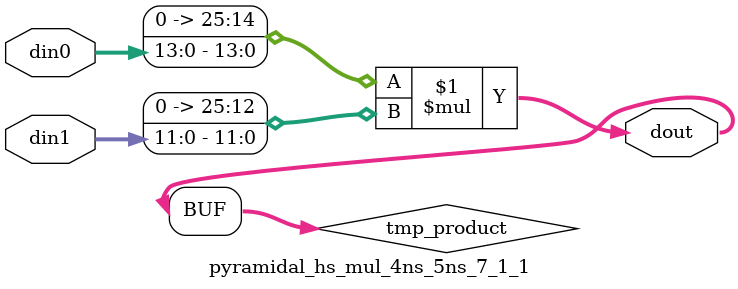
<source format=v>

`timescale 1 ns / 1 ps

 (* DowngradeIPIdentifiedWarnings="yes" *) module pyramidal_hs_mul_4ns_5ns_7_1_1(din0, din1, dout);
parameter ID = 1;
parameter NUM_STAGE = 0;
parameter din0_WIDTH = 14;
parameter din1_WIDTH = 12;
parameter dout_WIDTH = 26;

input [din0_WIDTH - 1 : 0] din0; 
input [din1_WIDTH - 1 : 0] din1; 
output [dout_WIDTH - 1 : 0] dout;

wire signed [dout_WIDTH - 1 : 0] tmp_product;
























assign tmp_product = $signed({1'b0, din0}) * $signed({1'b0, din1});











assign dout = tmp_product;





















endmodule

</source>
